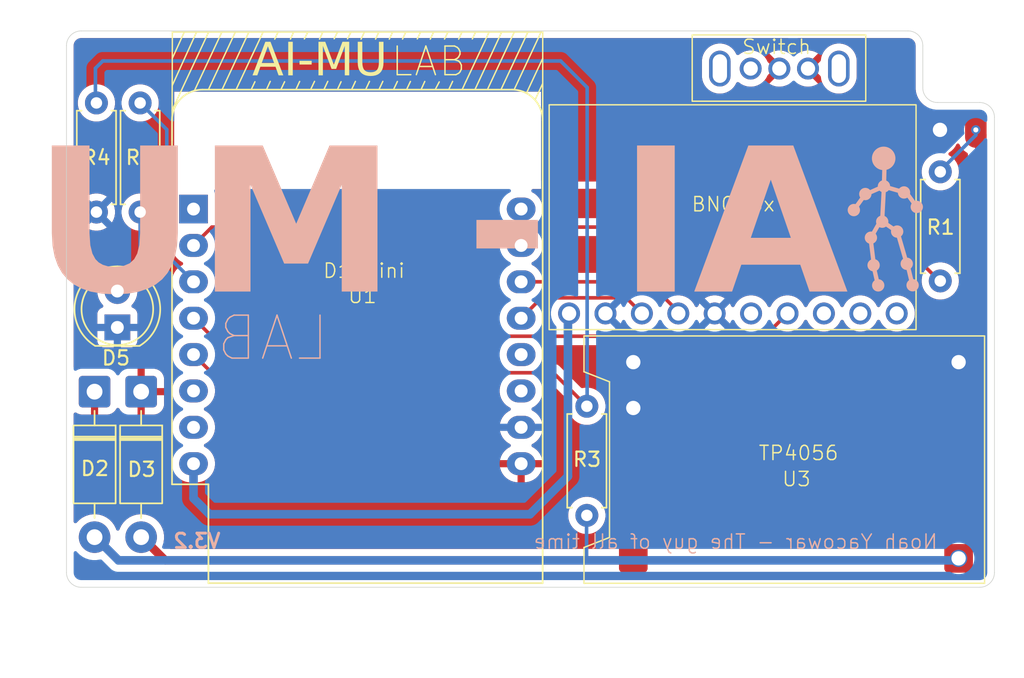
<source format=kicad_pcb>
(kicad_pcb (version 20241229) (generator "pcbnew") (generator_version "9.0")
  (layers (0 "F.Cu" signal) (2 "B.Cu" signal) (13 "F.Paste" user) (15 "B.Paste" user) (5 "F.SilkS" user "F.Silkscreen") (7 "B.SilkS" user "B.Silkscreen") (1 "F.Mask" user) (3 "B.Mask" user) (25 "Edge.Cuts" user))
  (net 0 "")
  (net 1 "GND")
  (net 3 "/INT")
  (net 5 "/SCL")
  (net 7 "Net-(D5-A)")
  (net 8 "Net-(U1-A0)")
  (net 11 "/SDA")
  (net 13 "/IN+")
  (net 14 "+5V")
  (net 15 "/OUT+")
  (net 16 "/B+")
  (net 17 "/5V_SW")
  (net 18 "+3.3V")
  (net 23 "Net-(U1-D0)")
  (net 25 "/PWR_FLAG")
  (footprint "Diode_THT:D_DO-41_SOD81_P10.16mm_Horizontal" (layer "F.Cu") (at 128.25 109.32 -90)
    (property "Reference" "D3" (at 5.43 -0.03 180) (layer "F.SilkS"))
    (property "Value" "1N5817")
    (fp_line (start 1.34 0) (end 2.36 0) (stroke (width 0.12)) (layer "F.SilkS"))
    (fp_line (start 8.82 0) (end 7.8 0) (stroke (width 0.12)) (layer "F.SilkS"))
    (fp_line (start 3.14 -1.47) (end 3.14 1.47) (stroke (width 0.12)) (layer "F.SilkS"))
    (fp_line (start 3.26 -1.47) (end 3.26 1.47) (stroke (width 0.12)) (layer "F.SilkS"))
    (fp_line (start 3.38 -1.47) (end 3.38 1.47) (stroke (width 0.12)) (layer "F.SilkS"))
    (fp_rect (start 2.36 -1.47) (end 7.8 1.47) (stroke (width 0.12)) (fill no) (layer "F.SilkS"))
    (pad "1" thru_hole roundrect (at 0 0 270) (size 2.2 2.2) (drill 1.1) (layers "*.Cu" "*.Mask") (roundrect_rratio 0.113636) (net 14 "+5V"))
    (pad "2" thru_hole circle (at 10.16 0 270) (size 2.2 2.2) (drill 1.1) (layers "*.Cu" "*.Mask") (net 15 "/OUT+"))
  )
  (footprint "Resistor_THT:R_Axial_DIN0207_L6.3mm_D2.5mm_P7.62mm_Horizontal" (layer "F.Cu") (at 128.18 89.16 -90)
    (property "Reference" "R2" (at 3.81 0.03 180) (layer "F.SilkS"))
    (property "Value" "200R")
    (fp_line (start 7.080002 1.369999) (end 7.08 1.04) (stroke (width 0.12)) (layer "F.SilkS"))
    (fp_line (start 0.540005 1.369997) (end 7.080002 1.369999) (stroke (width 0.12)) (layer "F.SilkS"))
    (fp_line (start 0.540001 1.04) (end 0.540005 1.369997) (stroke (width 0.12)) (layer "F.SilkS"))
    (fp_line (start 0.54 -1.04) (end 0.539994 -1.370002) (stroke (width 0.12)) (layer "F.SilkS"))
    (fp_line (start 0.539994 -1.370002) (end 7.080003 -1.370003) (stroke (width 0.12)) (layer "F.SilkS"))
    (fp_line (start 7.080003 -1.370003) (end 7.08 -1.04) (stroke (width 0.12)) (layer "F.SilkS"))
    (pad "1" thru_hole circle (at 0 0 270) (size 1.6 1.6) (drill 0.8) (layers "*.Cu" "*.Mask") (net 23 "Net-(U1-D0)"))
    (pad "2" thru_hole circle (at 7.62 0 270) (size 1.6 1.6) (drill 0.8) (layers "*.Cu" "*.Mask") (net 7 "Net-(D5-A)"))
  )
  (footprint "Custom_Footprint_Library:TP4056_Board" (layer "F.Cu") (at 166.77 129.08)
    (property "Reference" "U3" (at 7.205 -13.655 0) (layer "F.SilkS") (effects (font (thickness 0.1))))
    (property "Value" "~" (hide yes))
    (fp_line (start -7.62 -23.65) (end -7.62 -21.15) (stroke (width 0.1)) (layer "F.SilkS"))
    (fp_line (start -7.62 -23.65) (end 20.33 -23.65) (stroke (width 0.1)) (layer "F.SilkS"))
    (fp_line (start -7.62 -21.15) (end -5.84 -20.45) (stroke (width 0.1)) (layer "F.SilkS"))
    (fp_line (start -7.62 -8.88) (end -7.62 -6.38) (stroke (width 0.1)) (layer "F.SilkS"))
    (fp_line (start -7.62 -6.38) (end 20.33 -6.38) (stroke (width 0.1)) (layer "F.SilkS"))
    (fp_line (start -5.84 -20.45) (end -5.84 -9.58) (stroke (width 0.1)) (layer "F.SilkS"))
    (fp_line (start -5.84 -9.58) (end -7.62 -8.88) (stroke (width 0.1)) (layer "F.SilkS"))
    (fp_line (start 20.33 -23.65) (end 20.33 -6.38) (stroke (width 0.1)) (layer "F.SilkS"))
    (fp_text user "TP4056" (at 4.5 -14.89 0) (layer "F.SilkS") (effects (font (thickness 0.1)) (justify left bottom)))
    (pad "1" smd roundrect (at -4.18 -8.12) (size 2 2) (layers "F.Cu" "F.Mask" "F.Paste") (roundrect_rratio 0.15) (net 15 "/OUT+"))
    (pad "2" smd roundrect (at -4.18 -11.32) (size 2 2) (layers "F.Cu" "F.Mask" "F.Paste") (roundrect_rratio 0.15) (net 16 "/B+"))
    (pad "3" smd roundrect (at -4.18 -18.62) (size 2 2) (layers "F.Cu" "F.Mask" "F.Paste") (roundrect_rratio 0.15) (net 1 "GND"))
    (pad "4" smd roundrect (at -4.18 -21.82) (size 2 2) (layers "F.Cu" "F.Mask" "F.Paste") (roundrect_rratio 0.15) (net 1 "GND"))
    (pad "5" smd roundrect (at 18.52 -8.12) (size 2 2) (layers "F.Cu" "F.Mask" "F.Paste") (roundrect_rratio 0.15) (net 13 "/IN+"))
    (pad "6" smd roundrect (at 18.52 -21.82) (size 2 2) (layers "F.Cu" "F.Mask" "F.Paste") (roundrect_rratio 0.15) (net 1 "GND"))
  )
  (footprint "RF_Module:WEMOS_D1_mini_light" (layer "F.Cu") (at 131.905 96.57)
    (property "Reference" "U1" (hide yes))
    (property "Value" "WEMOS_D1_mini" (hide yes))
    (fp_line (start -1.5 19.22) (end -1.5 -6.21) (stroke (width 0.12)) (layer "F.SilkS"))
    (fp_line (start -1.5 19.22) (end 1.04 19.22) (stroke (width 0.12)) (layer "F.SilkS"))
    (fp_line (start 1.04 19.22) (end 1.04 26.12) (stroke (width 0.12)) (layer "F.SilkS"))
    (fp_line (start 1.04 26.12) (end 24.36 26.12) (stroke (width 0.12)) (layer "F.SilkS"))
    (fp_line (start 22.24 -8.34) (end 0.63 -8.34) (stroke (width 0.12)) (layer "F.SilkS"))
    (fp_line (start 24.36 26.12) (end 24.36 -6.21) (stroke (width 0.12)) (layer "F.SilkS"))
    (fp_arc (start -1.5 -6.21) (mid -0.876137 -7.716137) (end 0.63 -8.34) (stroke (width 0.12)) (layer "F.SilkS"))
    (fp_arc (start 22.23 -8.34) (mid 23.736137 -7.716137) (end 24.36 -6.21) (stroke (width 0.12)) (layer "F.SilkS"))
    (fp_poly (pts (xy -2.54 -0.635) (xy -2.54 0.635) (xy -1.905 0)) (stroke (width 0.15)) (fill yes) (layer "F.SilkS"))
    (pad "1" thru_hole rect (at 0 0) (size 2 2) (drill 0.9) (layers "*.Cu" "*.Mask"))
    (pad "2" thru_hole oval (at 0 2.54) (size 2 1.6) (drill 0.9) (layers "*.Cu" "*.Mask") (net 8 "Net-(U1-A0)"))
    (pad "3" thru_hole oval (at 0 5.08) (size 2 1.6) (drill 0.9) (layers "*.Cu" "*.Mask") (net 23 "Net-(U1-D0)"))
    (pad "4" thru_hole oval (at 0 7.62) (size 2 1.6) (drill 0.9) (layers "*.Cu" "*.Mask") (net 3 "/INT"))
    (pad "5" thru_hole oval (at 0 10.16) (size 2 1.6) (drill 0.9) (layers "*.Cu" "*.Mask") (net 25 "/PWR_FLAG"))
    (pad "6" thru_hole oval (at 0 12.7) (size 2 1.6) (drill 0.9) (layers "*.Cu" "*.Mask"))
    (pad "7" thru_hole oval (at 0 15.24) (size 2 1.6) (drill 0.9) (layers "*.Cu" "*.Mask"))
    (pad "8" thru_hole oval (at 0 17.78) (size 2 1.6) (drill 0.9) (layers "*.Cu" "*.Mask") (net 18 "+3.3V"))
    (pad "9" thru_hole oval (at 22.86 17.78) (size 2 1.6) (drill 0.9) (layers "*.Cu" "*.Mask") (net 17 "/5V_SW"))
    (pad "10" thru_hole oval (at 22.86 15.24) (size 2 1.6) (drill 0.9) (layers "*.Cu" "*.Mask") (net 1 "GND"))
    (pad "11" thru_hole oval (at 22.86 12.7) (size 2 1.6) (drill 0.9) (layers "*.Cu" "*.Mask"))
    (pad "12" thru_hole oval (at 22.86 10.16) (size 2 1.6) (drill 0.9) (layers "*.Cu" "*.Mask"))
    (pad "13" thru_hole oval (at 22.86 7.62) (size 2 1.6) (drill 0.9) (layers "*.Cu" "*.Mask") (net 5 "/SCL"))
    (pad "14" thru_hole oval (at 22.86 5.08) (size 2 1.6) (drill 0.9) (layers "*.Cu" "*.Mask") (net 11 "/SDA"))
    (pad "15" thru_hole oval (at 22.86 2.54) (size 2 1.6) (drill 0.9) (layers "*.Cu" "*.Mask"))
    (pad "16" thru_hole oval (at 22.86 0) (size 2 1.6) (drill 0.9) (layers "*.Cu" "*.Mask"))
    (zone (net 0) (net_name "") (layers "F.Cu" "B.Cu" "Dwgs.User") (name "No Copper") (connect_pads (clearance 0)) (min_thickness 0.25)
      (keepout (tracks not_allowed) (vias not_allowed) (pads not_allowed) (copperpour not_allowed) (footprints not_allowed))
      (fill (thermal_gap 0.5) (thermal_bridge_width 0.5))
      (polygon (pts (xy 130.555 88.37) (xy 156.155 88.37) (xy 156.155 95.17) (xy 130.555 95.17)))
    )
  )
  (footprint "Custom_Footprint_Library:BNO08x_Board" (layer "F.Cu") (at 158.11 103.86 90)
    (property "Reference" "U2" (at 5.63 11.56 0) (layer "F.SilkS") (effects (font (thickness 0.1))))
    (property "Value" "~")
    (fp_rect (start -1.13 -1.39) (end 14.57 24.21) (stroke (width 0.1)) (fill no) (layer "F.SilkS"))
    (fp_text user "BNO08x" (at 7.04 8.48 0) (layer "F.SilkS") (effects (font (thickness 0.1)) (justify left bottom)))
    (pad "1" thru_hole circle (at 0 0 90) (size 1.53 1.53) (drill 1) (layers "*.Cu" "*.Mask") (net 18 "+3.3V"))
    (pad "2" thru_hole circle (at 0 2.54 90) (size 1.53 1.53) (drill 1) (layers "*.Cu" "*.Mask") (net 1 "GND"))
    (pad "3" thru_hole circle (at 0 5.08 90) (size 1.53 1.53) (drill 1) (layers "*.Cu" "*.Mask") (net 5 "/SCL"))
    (pad "4" thru_hole circle (at 0 7.62 90) (size 1.53 1.53) (drill 1) (layers "*.Cu" "*.Mask") (net 11 "/SDA"))
    (pad "5" thru_hole circle (at 0 10.16 90) (size 1.53 1.53) (drill 1) (layers "*.Cu" "*.Mask") (net 1 "GND"))
    (pad "6" thru_hole circle (at 0 12.7 90) (size 1.53 1.53) (drill 1) (layers "*.Cu" "*.Mask"))
    (pad "7" thru_hole circle (at 0 15.24 90) (size 1.53 1.53) (drill 1) (layers "*.Cu" "*.Mask") (net 3 "/INT"))
    (pad "8" thru_hole circle (at 0 17.78 90) (size 1.53 1.53) (drill 1) (layers "*.Cu" "*.Mask"))
    (pad "9" thru_hole circle (at 0 20.32 90) (size 1.53 1.53) (drill 1) (layers "*.Cu" "*.Mask"))
    (pad "10" thru_hole circle (at 0 22.86 90) (size 1.53 1.53) (drill 1) (layers "*.Cu" "*.Mask"))
  )
  (footprint "LED_THT:LED_D5.0mm_Clear" (layer "F.Cu") (at 126.59 104.835 90)
    (property "Reference" "D5" (at -2.135 -0.1 180) (layer "F.SilkS"))
    (property "Value" "LED")
    (fp_line (start -1.29 -1.545) (end -1.29 1.545) (stroke (width 0.12)) (layer "F.SilkS"))
    (fp_arc (start -1.29 -1.54483) (mid 2.071779 -2.880495) (end 4.26 0) (stroke (width 0.12)) (layer "F.SilkS"))
    (fp_arc (start 4.26 0) (mid 2.071779 2.880495) (end -1.29 1.54483) (stroke (width 0.12)) (layer "F.SilkS"))
    (fp_circle (center 1.27 0) (end 3.77 0) (stroke (width 0.12)) (fill no) (layer "F.SilkS"))
    (pad "1" thru_hole rect (at 0 0 90) (size 1.8 1.8) (drill 0.9) (layers "*.Cu" "*.Mask") (net 1 "GND"))
    (pad "2" thru_hole circle (at 2.54 0 90) (size 1.8 1.8) (drill 0.9) (layers "*.Cu" "*.Mask") (net 7 "Net-(D5-A)"))
  )
  (footprint "Diode_THT:D_DO-41_SOD81_P10.16mm_Horizontal" (layer "F.Cu") (at 125 109.32 -90)
    (property "Reference" "D2" (at 5.37 -0.02 180) (layer "F.SilkS"))
    (property "Value" "1N5817")
    (fp_line (start 1.34 0) (end 2.36 0) (stroke (width 0.12)) (layer "F.SilkS"))
    (fp_line (start 8.82 0) (end 7.8 0) (stroke (width 0.12)) (layer "F.SilkS"))
    (fp_line (start 3.14 -1.47) (end 3.14 1.47) (stroke (width 0.12)) (layer "F.SilkS"))
    (fp_line (start 3.26 -1.47) (end 3.26 1.47) (stroke (width 0.12)) (layer "F.SilkS"))
    (fp_line (start 3.38 -1.47) (end 3.38 1.47) (stroke (width 0.12)) (layer "F.SilkS"))
    (fp_rect (start 2.36 -1.47) (end 7.8 1.47) (stroke (width 0.12)) (fill no) (layer "F.SilkS"))
    (pad "1" thru_hole roundrect (at 0 0 270) (size 2.2 2.2) (drill 1.1) (layers "*.Cu" "*.Mask") (roundrect_rratio 0.113636) (net 17 "/5V_SW"))
    (pad "2" thru_hole circle (at 10.16 0 270) (size 2.2 2.2) (drill 1.1) (layers "*.Cu" "*.Mask") (net 13 "/IN+"))
  )
  (footprint "Resistor_THT:R_Axial_DIN0207_L6.3mm_D2.5mm_P7.62mm_Horizontal" (layer "F.Cu") (at 184.01 101.59 90)
    (property "Reference" "R1" (at 3.75 0.019999 0) (layer "F.SilkS"))
    (property "Value" "180k")
    (fp_line (start 7.08 -1.37) (end 7.08 -1.04) (stroke (width 0.12)) (layer "F.SilkS"))
    (fp_line (start 0.54 -1.37) (end 7.08 -1.37) (stroke (width 0.12)) (layer "F.SilkS"))
    (fp_line (start 0.54 -1.04) (end 0.54 -1.37) (stroke (width 0.12)) (layer "F.SilkS"))
    (fp_line (start 0.54 1.04) (end 0.54 1.37) (stroke (width 0.12)) (layer "F.SilkS"))
    (fp_line (start 7.08 1.37) (end 7.08 1.04) (stroke (width 0.12)) (layer "F.SilkS"))
    (fp_line (start 0.54 1.37) (end 7.08 1.37) (stroke (width 0.12)) (layer "F.SilkS"))
    (pad "1" thru_hole circle (at 0 0 90) (size 1.6 1.6) (drill 0.8) (layers "*.Cu" "*.Mask") (net 8 "Net-(U1-A0)"))
    (pad "2" thru_hole circle (at 7.62 0 90) (size 1.6 1.6) (drill 0.8) (layers "*.Cu" "*.Mask") (net 16 "/B+"))
  )
  (footprint "Custom_Footprint_Library:Battery_Connector" (layer "F.Cu") (at 179.49 92.04 -90)
    (property "Reference" "U4" (hide yes))
    (property "Value" "~" (hide yes))
    (pad "1" smd oval (at -1 -7 270) (size 2.5 1.5) (layers "F.Cu" "F.Mask" "F.Paste") (net 16 "/B+"))
    (pad "2" smd oval (at -1 -4.5 270) (size 2.5 1.5) (layers "F.Cu" "F.Mask" "F.Paste") (net 1 "GND"))
  )
  (footprint "Resistor_THT:R_Axial_DIN0207_L6.3mm_D2.5mm_P7.62mm_Horizontal" (layer "F.Cu") (at 159.349998 110.339999 -90)
    (property "Reference" "R3" (at 3.709997 -0.009997 0) (layer "F.SilkS"))
    (property "Value" "10k")
    (fp_line (start 7.080003 1.369998) (end 7.08 1.04) (stroke (width 0.12)) (layer "F.SilkS"))
    (fp_line (start 0.540008 1.369997) (end 7.080003 1.369998) (stroke (width 0.12)) (layer "F.SilkS"))
    (fp_line (start 0.540001 1.040001) (end 0.540008 1.369997) (stroke (width 0.12)) (layer "F.SilkS"))
    (fp_line (start 0.54 -1.04) (end 0.539991 -1.370004) (stroke (width 0.12)) (layer "F.SilkS"))
    (fp_line (start 7.080003 -1.370003) (end 7.08 -1.04) (stroke (width 0.12)) (layer "F.SilkS"))
    (fp_line (start 0.539991 -1.370004) (end 7.080003 -1.370003) (stroke (width 0.12)) (layer "F.SilkS"))
    (pad "1" thru_hole circle (at 0 0 270) (size 1.6 1.6) (drill 0.8) (layers "*.Cu" "*.Mask") (net 25 "/PWR_FLAG"))
    (pad "2" thru_hole circle (at 7.62 0 270) (size 1.6 1.6) (drill 0.8) (layers "*.Cu" "*.Mask") (net 13 "/IN+"))
  )
  (footprint "Custom_Footprint_Library:SK12DO7_Switch" (layer "F.Cu") (at 181.28 85.26 90)
    (property "Reference" "SW1" (hide yes))
    (property "Value" "SW_SPST")
    (fp_rect (start -3.78 -14.58) (end 0.85 -2.47) (stroke (width 0.1)) (fill no) (layer "F.SilkS"))
    (fp_text user "Switch" (at -0.57 -11.16 0) (layer "F.SilkS") (effects (font (thickness 0.1)) (justify left bottom)))
    (pad "1" thru_hole circle (at -1.5 -8.5 90) (size 1.53 1.53) (drill 1) (layers "*.Cu" "*.Mask") (net 14 "+5V"))
    (pad "2" thru_hole circle (at -1.5 -10.5 90) (size 1.53 1.53) (drill 1) (layers "*.Cu" "*.Mask"))
    (pad "3" thru_hole oval (at -1.5 -12.65 90) (size 2.5 1.5) (drill oval 2 1) (layers "*.Cu" "*.Mask"))
    (pad "4" thru_hole circle (at -1.5 -6.5 90) (size 1.53 1.53) (drill 1) (layers "*.Cu" "*.Mask") (net 17 "/5V_SW"))
    (pad "5" thru_hole oval (at -1.5 -4.35 90) (size 2.5 1.5) (drill oval 2 1) (layers "*.Cu" "*.Mask"))
  )
  (footprint "Resistor_THT:R_Axial_DIN0207_L6.3mm_D2.5mm_P7.62mm_Horizontal" (layer "F.Cu") (at 125.13 96.78 90)
    (property "Reference" "R4" (at 3.81 0 180) (layer "F.SilkS"))
    (property "Value" "20k")
    (fp_line (start 7.080001 -1.37) (end 7.08 -1.04) (stroke (width 0.12)) (layer "F.SilkS"))
    (fp_line (start 0.539999 -1.37) (end 7.080001 -1.37) (stroke (width 0.12)) (layer "F.SilkS"))
    (fp_line (start 0.54 -1.04) (end 0.539999 -1.37) (stroke (width 0.12)) (layer "F.SilkS"))
    (fp_line (start 0.540001 1.04) (end 0.54 1.369999) (stroke (width 0.12)) (layer "F.SilkS"))
    (fp_line (start 0.54 1.369999) (end 7.080001 1.370002) (stroke (width 0.12)) (layer "F.SilkS"))
    (fp_line (start 7.080001 1.370002) (end 7.08 1.04) (stroke (width 0.12)) (layer "F.SilkS"))
    (pad "1" thru_hole circle (at 0 0 90) (size 1.6 1.6) (drill 0.8) (layers "*.Cu" "*.Mask") (net 1 "GND"))
    (pad "2" thru_hole circle (at 7.62 0 90) (size 1.6 1.6) (drill 0.8) (layers "*.Cu" "*.Mask") (net 25 "/PWR_FLAG"))
  )
  (gr_line (start 135.93 88.23) (end 136.19 87.68) (stroke (width 0.1)) (layer "F.SilkS"))
  (gr_line (start 151.54 88.23) (end 153.40705 84.21) (stroke (width 0.1)) (layer "F.SilkS"))
  (gr_line (start 136.526208 84.704999) (end 136.75763 84.210001) (stroke (width 0.1)) (layer "F.SilkS"))
  (gr_line (start 140.0725 88.2325) (end 140.347618 87.655) (stroke (width 0.1)) (layer "F.SilkS"))
  (gr_line (start 150.6625 88.2025) (end 150.91 87.66) (stroke (width 0.1)) (layer "F.SilkS"))
  (gr_line (start 131.968277 88.306777) (end 133.883605 84.21) (stroke (width 0.1)) (layer "F.SilkS"))
  (gr_line (start 146.49 84.7) (end 146.717073 84.21) (stroke (width 0.1)) (layer "F.SilkS"))
  (gr_line (start 130.429803 84.21) (end 130.405 91.77) (stroke (width 0.1)) (layer "F.SilkS"))
  (gr_line (start 148.7925 88.1825) (end 149.05 87.69) (stroke (width 0.1)) (layer "F.SilkS"))
  (gr_line (start 130.41 89.67) (end 132.96 84.21) (stroke (width 0.1)) (layer "F.SilkS"))
  (gr_line (start 141.72 84.68) (end 141.951347 84.21) (stroke (width 0.1)) (layer "F.SilkS"))
  (gr_line (start 134.87 88.24) (end 136.526208 84.704999) (stroke (width 0.1)) (layer "F.SilkS"))
  (gr_line (start 154.275383 88.234632) (end 156.156981 84.21) (stroke (width 0.1)) (layer "F.SilkS"))
  (gr_line (start 144.605558 84.705) (end 144.836981 84.21) (stroke (width 0.1)) (layer "F.SilkS"))
  (gr_line (start 152.42 88.21) (end 154.286998 84.21) (stroke (width 0.1)) (layer "F.SilkS"))
  (gr_line (start 137.997548 88.23) (end 138.26 87.68) (stroke (width 0.1)) (layer "F.SilkS"))
  (gr_line (start 143.9225 88.2125) (end 144.183143 87.654999) (stroke (width 0.1)) (layer "F.SilkS"))
  (gr_line (start 139.64 84.69) (end 139.881171 84.21) (stroke (width 0.1)) (layer "F.SilkS"))
  (gr_line (start 149.7125 88.2325) (end 149.982493 87.655) (stroke (width 0.1)) (layer "F.SilkS"))
  (gr_line (start 148.425558 84.705) (end 148.656981 84.21) (stroke (width 0.1)) (layer "F.SilkS"))
  (gr_line (start 147.8025 88.1825) (end 148.04 87.66) (stroke (width 0.1)) (layer "F.SilkS"))
  (gr_line (start 155.14 88.47) (end 156.2675 86.0575) (stroke (width 0.1)) (layer "F.SilkS"))
  (gr_line (start 145.8725 88.2025) (end 146.13 87.66) (stroke (width 0.1)) (layer "F.SilkS"))
  (gr_line (start 138.67 84.7) (end 138.888545 84.209999) (stroke (width 0.1)) (layer "F.SilkS"))
  (gr_line (start 140.696857 84.705) (end 140.92828 84.21) (stroke (width 0.1)) (layer "F.SilkS"))
  (gr_line (start 147.52 84.69) (end 147.746866 84.21) (stroke (width 0.1)) (layer "F.SilkS"))
  (gr_line (start 130.43 84.21) (end 156.27 84.21) (stroke (width 0.1)) (layer "F.SilkS"))
  (gr_line (start 142.65 84.68) (end 142.89619 84.21) (stroke (width 0.1)) (layer "F.SilkS"))
  (gr_line (start 146.7925 88.1825) (end 147.04 87.66) (stroke (width 0.1)) (layer "F.SilkS"))
  (gr_line (start 156.27 90.41) (end 156.27 84.22) (stroke (width 0.1)) (layer "F.SilkS"))
  (gr_line (start 153.357548 88.23) (end 155.236981 84.21) (stroke (width 0.1)) (layer "F.SilkS"))
  (gr_line (start 145.565558 84.705) (end 145.796981 84.21) (stroke (width 0.1)) (layer "F.SilkS"))
  (gr_line (start 137 88.22) (end 137.257719 87.655) (stroke (width 0.1)) (layer "F.SilkS"))
  (gr_line (start 150.405558 84.705) (end 150.636981 84.21) (stroke (width 0.1)) (layer "F.SilkS"))
  (gr_line (start 130.415 87.955) (end 132.115486 84.21) (stroke (width 0.1)) (layer "F.SilkS"))
  (gr_line (start 137.57233 84.705) (end 137.803032 84.21) (stroke (width 0.1)) (layer "F.SilkS"))
  (gr_line (start 139.0525 88.2225) (end 139.31 87.66) (stroke (width 0.1)) (layer "F.SilkS"))
  (gr_line (start 130.4275 86.0425) (end 131.260673 84.210001) (stroke (width 0.1)) (layer "F.SilkS"))
  (gr_line (start 150.91 87.668631) (end 152.526981 84.21) (stroke (width 0.1)) (layer "F.SilkS"))
  (gr_line (start 142.9325 88.2325) (end 143.202493 87.655) (stroke (width 0.1)) (layer "F.SilkS"))
  (gr_line (start 155.74 88.94) (end 156.2575 87.8275) (stroke (width 0.1)) (layer "F.SilkS"))
  (gr_line (start 132.945024 88.23) (end 134.824457 84.21) (stroke (width 0.1)) (layer "F.SilkS"))
  (gr_line (start 135.536208 84.704999) (end 135.76763 84.21) (stroke (width 0.1)) (layer "F.SilkS"))
  (gr_line (start 151.36 84.69) (end 151.586866 84.209999) (stroke (width 0.1)) (layer "F.SilkS"))
  (gr_line (start 144.8525 88.2125) (end 145.113143 87.654999) (stroke (width 0.1)) (layer "F.SilkS"))
  (gr_line (start 141.9425 88.2325) (end 142.2 87.68) (stroke (width 0.1)) (layer "F.SilkS"))
  (gr_line (start 149.42 84.7) (end 149.656634 84.21) (stroke (width 0.1)) (layer "F.SilkS"))
  (gr_line (start 143.595558 84.705) (end 143.826981 84.21) (stroke (width 0.1)) (layer "F.SilkS"))
  (gr_line (start 133.9125 88.2025) (end 135.536208 84.704999) (stroke (width 0.1)) (layer "F.SilkS"))
  (gr_line (start 141.0025 88.2325) (end 141.272493 87.655) (stroke (width 0.1)) (layer "F.SilkS"))
  (gr_circle (center 180.06 93.031038) (end 180.1 92.261038) (stroke (width 0.1)) (fill yes) (layer "B.SilkS"))
  (gr_circle (center 178.78 95.52) (end 178.75 95.14) (stroke (width 0.1)) (fill yes) (layer "B.SilkS"))
  (gr_circle (center 182.08 101.89) (end 182.05 101.51) (stroke (width 0.1)) (fill yes) (layer "B.SilkS"))
  (gr_line (start 181.6 95.36) (end 182.37 96.42) (stroke (width 0.3)) (layer "B.SilkS"))
  (gr_circle (center 179.678818 101.898818) (end 179.648818 101.518818) (stroke (width 0.1)) (fill yes) (layer "B.SilkS"))
  (gr_line (start 181.69 100.295) (end 182.08 101.93) (stroke (width 0.3)) (layer "B.SilkS"))
  (gr_line (start 180.08 94.98) (end 178.74 95.57) (stroke (width 0.3)) (layer "B.SilkS"))
  (gr_circle (center 179.958508 97.45) (end 179.928508 97.07) (stroke (width 0.1)) (fill yes) (layer "B.SilkS"))
  (gr_line (start 181.02 98.155) (end 181.67 100.39) (stroke (width 0.3)) (layer "B.SilkS"))
  (gr_line (start 179.36 100.57) (end 179.68 101.97) (stroke (width 0.3)) (layer "B.SilkS"))
  (gr_line (start 180.12 93.41) (end 180.08 94.98) (stroke (width 0.3)) (layer "B.SilkS"))
  (gr_circle (center 177.98 96.64) (end 177.95 96.26) (stroke (width 0.1)) (fill yes) (layer "B.SilkS"))
  (gr_circle (center 180.08 94.98) (end 180.05 94.6) (stroke (width 0.1)) (fill yes) (layer "B.SilkS"))
  (gr_circle (center 179.358818 100.49) (end 179.328818 100.11) (stroke (width 0.1)) (fill yes) (layer "B.SilkS"))
  (gr_circle (center 179.17 98.57) (end 179.14 98.19) (stroke (width 0.1)) (fill yes) (layer "B.SilkS"))
  (gr_circle (center 182.37 96.42) (end 182.34 96.04) (stroke (width 0.1)) (fill yes) (layer "B.SilkS"))
  (gr_line (start 180.08 94.98) (end 179.958508 97.33) (stroke (width 0.3)) (layer "B.SilkS"))
  (gr_line (start 179.86 97.355) (end 179.17 98.57) (stroke (width 0.3)) (layer "B.SilkS"))
  (gr_line (start 181.5 95.405) (end 180.16 95.02) (stroke (width 0.3)) (layer "B.SilkS"))
  (gr_circle (center 181.67 100.39) (end 181.64 100.01) (stroke (width 0.1)) (fill yes) (layer "B.SilkS"))
  (gr_line (start 178.81 95.49) (end 177.98 96.64) (stroke (width 0.3)) (layer "B.SilkS"))
  (gr_circle (center 181 98.14) (end 180.97 97.76) (stroke (width 0.1)) (fill yes) (layer "B.SilkS"))
  (gr_circle (center 181.48 95.41) (end 181.45 95.03) (stroke (width 0.1)) (fill yes) (layer "B.SilkS"))
  (gr_line (start 179.15 98.64) (end 179.4 100.64) (stroke (width 0.3)) (layer "B.SilkS"))
  (gr_line (start 180.1 97.53) (end 181 98.14) (stroke (width 0.3)) (layer "B.SilkS"))
  (gr_line (start 124.07 84.13) (end 181.76 84.13) (stroke (width 0.05)) (layer "Edge.Cuts"))
  (gr_arc (start 183.82 89.13) (mid 183.09168 88.82832) (end 182.79 88.1) (stroke (width 0.05)) (layer "Edge.Cuts"))
  (gr_arc (start 123.04 85.16) (mid 123.34168 84.43168) (end 124.07 84.13) (stroke (width 0.05)) (layer "Edge.Cuts"))
  (gr_line (start 123.04 85.16) (end 123.04 121.95) (stroke (width 0.05)) (layer "Edge.Cuts"))
  (gr_arc (start 181.76 84.13) (mid 182.48832 84.43168) (end 182.79 85.16) (stroke (width 0.05)) (layer "Edge.Cuts"))
  (gr_line (start 124.07 122.98) (end 186.76 122.98) (stroke (width 0.05)) (layer "Edge.Cuts"))
  (gr_line (start 182.79 85.16) (end 182.79 88.1) (stroke (width 0.05)) (layer "Edge.Cuts"))
  (gr_arc (start 186.76 89.13) (mid 187.48832 89.43168) (end 187.79 90.16) (stroke (width 0.05)) (layer "Edge.Cuts"))
  (gr_line (start 187.79 90.16) (end 187.79 121.95) (stroke (width 0.05)) (layer "Edge.Cuts"))
  (gr_line (start 183.82 89.13) (end 186.76 89.13) (stroke (width 0.05)) (layer "Edge.Cuts"))
  (gr_arc (start 187.79 121.95) (mid 187.48832 122.67832) (end 186.76 122.98) (stroke (width 0.05)) (layer "Edge.Cuts"))
  (gr_arc (start 124.07 122.98) (mid 123.34168 122.67832) (end 123.04 121.95) (stroke (width 0.05)) (layer "Edge.Cuts"))
  (gr_text "AI-MU" (at 135.995 87.625 0) (layer "F.SilkS") (effects (font (size 2.3 2.3) (thickness 0.375)) (justify left bottom)))
  (gr_text "D1 Mini" (at 140.88 101.46 0) (layer "F.SilkS") (effects (font (size 1 1) (thickness 0.1)) (justify left bottom)))
  (gr_text "U1\n" (at 143.69 102.64 0) (layer "F.SilkS") (effects (font (size 1 1) (thickness 0.1))))
  (gr_text "LAB" (at 145.575 87.435 0) (layer "F.SilkS") (effects (font (size 2 2) (thickness 0.1)) (justify left bottom)))
  (gr_text "AI - MU" (at 177.6 104.03 0) (layer "B.SilkS") (effects (font (size 10 10) (thickness 2) (bold yes)) (justify left bottom mirror)))
  (gr_text "V3.2" (at 133.89 120.33 0) (layer "B.SilkS") (effects (font (size 1 1) (thickness 0.2) (bold yes)) (justify left bottom mirror)))
  (gr_text "Noah Yacowar - The guy of all time" (at 183.89 120.38 0) (layer "B.SilkS") (effects (font (size 1 1) (thickness 0.1)) (justify left bottom mirror)))
  (gr_text "LAB" (at 141.51 107.35 0) (layer "B.SilkS") (effects (font (size 3 3) (thickness 0.1)) (justify left bottom mirror)))
  (via (at 183.99 91.04) (size 1.2) (drill 1) (layers "F.Cu" "B.Cu") (net 1))
  (via (at 162.59 110.46) (size 1.2) (drill 1) (layers "F.Cu" "B.Cu") (net 1))
  (via (at 162.59 107.26) (size 1.2) (drill 1) (layers "F.Cu" "B.Cu") (net 1))
  (via (at 185.29 107.26) (size 1.2) (drill 1) (layers "F.Cu" "B.Cu") (net 1))
  (segment (start 133.165 105.45) (end 131.905 104.19) (width 0.25) (layer "F.Cu") (net 3))
  (segment (start 173.35 103.86) (end 171.76 105.45) (width 0.25) (layer "F.Cu") (net 3))
  (segment (start 171.76 105.45) (end 133.165 105.45) (width 0.25) (layer "F.Cu") (net 3))
  (segment (start 162.099 102.769) (end 156.186 102.769) (width 0.25) (layer "F.Cu") (net 5))
  (segment (start 156.186 102.769) (end 154.765 104.19) (width 0.25) (layer "F.Cu") (net 5))
  (segment (start 163.19 103.86) (end 162.099 102.769) (width 0.25) (layer "F.Cu") (net 5))
  (segment (start 128.18 96.78) (end 128.18 100.705) (width 0.25) (layer "B.Cu") (net 7))
  (segment (start 128.18 100.705) (end 126.59 102.295) (width 0.25) (layer "B.Cu") (net 7))
  (segment (start 131.905 99.11) (end 133.185 97.83) (width 0.25) (layer "F.Cu") (net 8))
  (segment (start 183.81 101.45) (end 184.34 101.45) (width 0.25) (layer "F.Cu") (net 8))
  (segment (start 133.185 97.83) (end 180.19 97.83) (width 0.25) (layer "F.Cu") (net 8))
  (segment (start 180.19 97.83) (end 183.81 101.45) (width 0.25) (layer "F.Cu") (net 8))
  (segment (start 165.845 103.845) (end 163.65 101.65) (width 0.25) (layer "F.Cu") (net 11))
  (segment (start 163.65 101.65) (end 154.765 101.65) (width 0.25) (layer "F.Cu") (net 11))
  (via (at 185.29 120.96) (size 1.2) (drill 1) (layers "F.Cu" "B.Cu") (net 13))
  (segment (start 159.25 121.1) (end 126.67 121.1) (width 0.6) (layer "B.Cu") (net 13))
  (segment (start 185.29 120.96) (end 185.29 121.02) (width 0.6) (layer "B.Cu") (net 13))
  (segment (start 159.33 118.23) (end 159.33 121.02) (width 0.25) (layer "B.Cu") (net 13))
  (segment (start 159.33 121.02) (end 159.25 121.1) (width 0.25) (layer "B.Cu") (net 13))
  (segment (start 126.67 121.1) (end 125.05 119.48) (width 0.6) (layer "B.Cu") (net 13))
  (segment (start 185.21 121.1) (end 159.25 121.1) (width 0.6) (layer "B.Cu") (net 13))
  (segment (start 185.29 121.02) (end 185.21 121.1) (width 0.6) (layer "B.Cu") (net 13))
  (segment (start 159.22 118.12) (end 159.33 118.23) (width 0.25) (layer "B.Cu") (net 13))
  (segment (start 162.6 121.01) (end 162.51 121.1) (width 0.6) (layer "F.Cu") (net 15))
  (segment (start 129.92 121.1) (end 128.3 119.48) (width 0.6) (layer "F.Cu") (net 15))
  (segment (start 162.51 121.1) (end 129.92 121.1) (width 0.6) (layer "F.Cu") (net 15))
  (segment (start 186.84 91.39) (end 186.84 103.09) (width 0.8) (layer "F.Cu") (net 16))
  (segment (start 183.689 106.186792) (end 183.689 106.241) (width 0.8) (layer "F.Cu") (net 16))
  (segment (start 184.271 105.659) (end 184.216792 105.659) (width 0.8) (layer "F.Cu") (net 16))
  (segment (start 186.49 91.04) (end 186.84 91.39) (width 0.8) (layer "F.Cu") (net 16))
  (segment (start 184.216792 105.659) (end 183.689 106.186792) (width 0.8) (layer "F.Cu") (net 16))
  (segment (start 183.689 106.241) (end 172.12 117.81) (width 0.8) (layer "F.Cu") (net 16))
  (segment (start 172.12 117.81) (end 163.19 117.81) (width 0.8) (layer "F.Cu") (net 16))
  (segment (start 186.84 103.09) (end 184.271 105.659) (width 0.8) (layer "F.Cu") (net 16))
  (segment (start 163.19 117.81) (end 162.885 117.505) (width 0.8) (layer "F.Cu") (net 16))
  (via (at 186.49 91.04) (size 0.65) (drill 0.35) (layers "F.Cu" "B.Cu") (net 16))
  (segment (start 186.49 91.41) (end 183.94 93.96) (width 0.25) (layer "B.Cu") (net 16))
  (segment (start 186.49 91.04) (end 186.49 91.41) (width 0.25) (layer "B.Cu") (net 16))
  (segment (start 154.765 114.35) (end 154.7 114.35) (width 0.25) (layer "B.Cu") (net 17))
  (segment (start 158.03 104.04) (end 158.15 103.92) (width 0.6) (layer "F.Cu") (net 18))
  (segment (start 158.15 103.92) (end 158.5 103.92) (width 0.6) (layer "F.Cu") (net 18))
  (segment (start 155.38 117.88) (end 158.03 115.23) (width 0.6) (layer "B.Cu") (net 18))
  (segment (start 158.03 115.23) (end 158.03 104.04) (width 0.6) (layer "B.Cu") (net 18))
  (segment (start 131.905 114.35) (end 131.905 116.765) (width 0.6) (layer "B.Cu") (net 18))
  (segment (start 131.905 116.765) (end 133.02 117.88) (width 0.6) (layer "B.Cu") (net 18))
  (segment (start 133.02 117.88) (end 155.38 117.88) (width 0.6) (layer "B.Cu") (net 18))
  (segment (start 130.04 91.02) (end 128.29 89.27) (width 0.25) (layer "B.Cu") (net 23))
  (segment (start 131.905 101.65) (end 130.04 99.785) (width 0.25) (layer "B.Cu") (net 23))
  (segment (start 130.04 99.785) (end 130.04 91.02) (width 0.25) (layer "B.Cu") (net 23))
  (segment (start 159.349998 110.339999) (end 157.009999 108) (width 0.25) (layer "F.Cu") (net 25))
  (segment (start 157.009999 108) (end 133.175 108) (width 0.25) (layer "F.Cu") (net 25))
  (segment (start 133.175 108) (end 131.905 106.73) (width 0.25) (layer "F.Cu") (net 25))
  (segment (start 159.37 110.35) (end 159.37 88.08) (width 0.25) (layer "B.Cu") (net 25))
  (segment (start 125.57 86.23) (end 125.06 86.74) (width 0.25) (layer "B.Cu") (net 25))
  (segment (start 157.52 86.23) (end 125.57 86.23) (width 0.25) (layer "B.Cu") (net 25))
  (segment (start 125.06 89.09) (end 125.13 89.16) (width 0.25) (layer "B.Cu") (net 25))
  (segment (start 159.37 88.08) (end 157.52 86.23) (width 0.25) (layer "B.Cu") (net 25))
  (segment (start 125.06 86.74) (end 125.06 89.09) (width 0.25) (layer "B.Cu") (net 25))
  (segment (start 159.33 110.39) (end 159.37 110.35) (width 0.25) (layer "B.Cu") (net 25))
  (zone (net 14) (net_name "+5V") (layer "F.Cu") (priority 1) (connect_pads (clearance 0.5)) (min_thickness 0.25) (fill yes (thermal_gap 0.5) (thermal_bridge_width 0.5))
    (polygon (pts (xy 154.77 95.17) (xy 173.59 95.103654) (xy 173.59 84.13) (xy 124.07 84.13) (xy 123.88 84.15) (xy 123.64 84.22) (xy 123.42 84.35) (xy 123.3 84.48) (xy 123.18 84.62) (xy 123.08 84.86) (xy 123.04 85.07) (xy 123.04 107.701352) (xy 126.925592 107.691337) (xy 126.954218 110.821084) (xy 130.704587 115.180651) (xy 130.7 102.58) (xy 154.81 102.704917)))
  )
  (zone (net 17) (net_name "/5V_SW") (layer "F.Cu") (priority 2) (connect_pads (clearance 0.5)) (min_thickness 0.25) (fill yes (thermal_gap 0.5) (thermal_bridge_width 0.5))
    (polygon (pts (xy 173.99 84.13) (xy 173.99 95.102246) (xy 154.77 95.17) (xy 154.81 102.704917) (xy 130.74 102.67064) (xy 130.703053 115.187763) (xy 126.954299 110.830075) (xy 126.925592 107.691337) (xy 123.04 107.701352) (xy 123.04 121.79) (xy 123.06 122.11) (xy 123.12 122.37) (xy 123.24 122.56) (xy 123.4 122.73) (xy 123.57 122.85) (xy 123.77 122.93) (xy 124.02 122.98) (xy 130.74 122.98) (xy 186.76 122.98) (xy 186.92 122.97) (xy 187.15 122.9) (xy 187.39 122.76) (xy 187.57 122.58) (xy 187.68 122.42) (xy 187.75 122.22) (xy 187.79 122.02) (xy 187.79 90.2) (xy 187.78 90.04) (xy 187.76 89.9) (xy 187.68 89.7) (xy 187.59 89.55) (xy 187.48 89.42) (xy 187.35 89.32) (xy 187.2 89.23) (xy 187.03 89.16) (xy 186.85 89.13) (xy 183.81 89.13) (xy 183.61 89.11) (xy 183.41 89.04) (xy 183.23 88.94) (xy 183.05 88.79) (xy 182.97 88.68) (xy 182.88 88.51) (xy 182.8 88.23) (xy 182.79 88.12) (xy 182.79 85.1) (xy 182.77 84.92) (xy 182.72 84.77) (xy 182.61 84.59) (xy 182.51 84.45) (xy 182.29 84.28) (xy 182.09 84.19) (xy 181.92 84.14) (xy 181.78 84.13)))
  )
  (zone (net 1) (net_name "GND") (layer "B.Cu") (connect_pads (clearance 0.5)) (min_thickness 0.25) (fill yes (thermal_gap 0.5) (thermal_bridge_width 0.5))
    (polygon (pts (xy 124.07 84.16) (xy 123.97 84.16) (xy 123.88 84.17) (xy 123.78 84.2) (xy 123.71 84.22) (xy 123.49 84.33) (xy 123.44 84.38) (xy 123.36 84.45) (xy 123.29 84.52) (xy 123.23 84.61) (xy 123.19 84.68) (xy 123.14 84.78) (xy 123.11 84.87) (xy 123.08 84.97) (xy 123.07 85.07) (xy 123.06 85.16) (xy 123.06 121.94) (xy 123.07 122.05) (xy 123.09 122.17) (xy 123.12 122.28) (xy 123.16 122.37) (xy 123.19 122.43) (xy 123.28 122.57) (xy 123.39 122.69) (xy 123.52 122.79) (xy 123.6 122.84) (xy 123.69 122.88) (xy 123.87 122.94) (xy 123.97 122.95) (xy 186.76 122.96) (xy 186.9 122.95) (xy 187.11 122.89) (xy 187.3 122.8) (xy 187.41 122.72) (xy 187.54 122.58) (xy 187.64 122.43) (xy 187.71 122.27) (xy 187.75 122.11) (xy 187.77 121.95) (xy 187.77 90.2) (xy 187.76 90.1) (xy 187.75 89.99) (xy 187.73 89.88) (xy 187.67 89.73) (xy 187.59 89.6) (xy 187.54 89.52) (xy 187.4 89.38) (xy 187.3 89.31) (xy 187.16 89.24) (xy 187.05 89.2) (xy 186.96 89.18) (xy 186.86 89.16) (xy 186.75 89.15) (xy 183.71 89.15) (xy 183.51 89.11) (xy 183.41 89.07) (xy 183.33 89.03) (xy 183.36 89.05) (xy 183.24 88.98) (xy 183.17 88.93) (xy 183.11 88.88) (xy 182.99 88.76) (xy 182.87 88.55) (xy 182.76 88.23) (xy 182.77 85.16) (xy 182.74 84.96) (xy 182.72 84.86) (xy 182.66 84.72) (xy 182.61 84.62) (xy 182.5 84.48) (xy 182.38 84.36) (xy 182.27 84.29) (xy 182.16 84.23) (xy 182.06 84.19) (xy 181.94 84.16) (xy 181.77 84.15)))
  )
)
</source>
